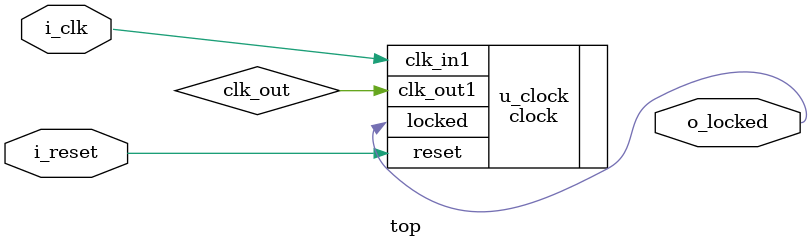
<source format=v>
`timescale 1ns / 1ps


module top
(
    input  i_clk,
    input  i_reset,
    output o_locked
);

wire clk_out;

clock u_clock
(
    .clk_in1(i_clk),
    .reset(i_reset),
    .clk_out1(clk_out),
    .locked(o_locked)
);

endmodule

</source>
